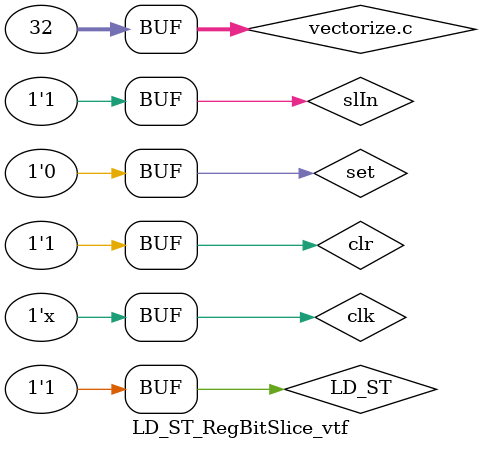
<source format=v>
`timescale 1ns / 1ps


module LD_ST_RegBitSlice_vtf;

	// Inputs
	reg LD_ST, clr, set, slIn, clk, slOut_tc, prevOut, error;

	// Outputs
	wire slOut;

	// Instantiate the Unit Under Test (UUT)
	LD_ST_RegBitSlice uut (
		.slIn(slIn), 
		.LD_ST(LD_ST), 
		.set(set), 
		.clr(clr), 
		.clk(clk), 
		.slOut(slOut)
	);

	initial begin
		// Initialize Inputs
		slIn = 0;
		LD_ST = 0;
		set = 0;
		clr = 0;
		clk = 0;
		error=0;
		
		slOut_tc = 0;
		prevOut = 0;

		// Wait 100 ns for global reset to finish
		#100;
        
		// Add stimulus here
	end
	
	always
	begin
		#10 clk = ~clk;
	end
	
	always
	begin: vectorize
		integer c;
		for(c=0; c< 32; c=c+1)
		begin: count
			#20 clr <= ~((~c[4]&~c[3]&c[2]&c[1]) | (~c[4]&c[3]&c[2]&c[1]) | (c[4]&c[3]&~c[2]&c[0]));
			set <= ~ ((~c[4]&~c[3]&c[2]&c[1]) | (~c[4]&~c[3]&c[2]&c[1]) | (c[4] &c[3]&c[2]&c[1]) | (c[4] & ~c[3] & ~c[2] & c[1]));
			LD_ST <= c[3];
			slIn <= c[2];
		end
	end
	
	always @(posedge clk)
	begin

		case({LD_ST, clr, set, slIn})
			4'b0000: slOut_tc = 1'b0;
			4'b0001: slOut_tc = 1'b0;
			4'b0010: slOut_tc = 1'b0;
			4'b0011: slOut_tc = 1'b0;
			4'b0100: slOut_tc = 1'b1;
			4'b0101: slOut_tc = 1'b1;
			4'b0110: slOut_tc = prevOut;
			4'b0111: slOut_tc = prevOut;
			4'b1000: slOut_tc = 1'b0;
			4'b1001: slOut_tc = 1'b0;
			4'b1010: slOut_tc = 1'b0;
			4'b1011: slOut_tc = 1'b0;
			4'b1100: slOut_tc = 1'b1;
			4'b1101: slOut_tc = 1'b1;
			4'b1110: slOut_tc = 1'b0;
			4'b1111: slOut_tc = 1'b1;
			default: slOut_tc = 1'bZ;
		endcase
		
		#1 if(slOut_tc == slOut) error = 0;
		else error = 1;
		#1 prevOut = slOut_tc;
	end
      
endmodule


</source>
